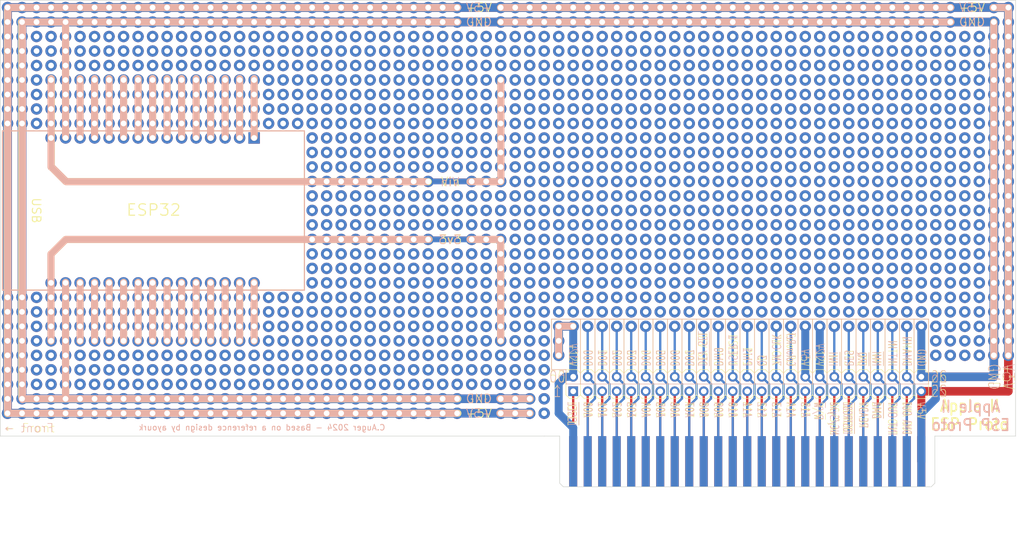
<source format=kicad_pcb>
(kicad_pcb (version 20240108) (generator "pcbnew") (generator_version "8.0")
  (layers (0 "F.Cu" signal) (31 "B.Cu" signal) (34 "B.Paste" user) (35 "F.Paste" user) (36 "B.SilkS" user "B.Silkscreen") (37 "F.SilkS" user "F.Silkscreen") (38 "B.Mask" user) (39 "F.Mask" user) (44 "Edge.Cuts" user))
  (net 0 "")
  (net 1 "/~{IO_SELECT}")
  (net 2 "/A00")
  (net 3 "/A01")
  (net 4 "/A02")
  (net 5 "/A03")
  (net 6 "/A04")
  (net 7 "/A05")
  (net 8 "/A06")
  (net 9 "/A07")
  (net 10 "/A08")
  (net 11 "/A09")
  (net 12 "/A10")
  (net 13 "/A11")
  (net 14 "/A12")
  (net 15 "/A13")
  (net 16 "/A14")
  (net 17 "/A15")
  (net 18 "/R{slash}~{W}")
  (net 19 "/NC{slash}Sync")
  (net 20 "/~{IO_STROBE}")
  (net 21 "/RDY")
  (net 22 "/~{DMA}")
  (net 23 "/INT_OUT")
  (net 24 "/DMA_OUT")
  (net 25 "+5V")
  (net 26 "GND")
  (net 27 "/DMA_IN")
  (net 28 "/INT_IN")
  (net 29 "/~{NMI}")
  (net 30 "/~{IRQ}")
  (net 31 "/~{RES}")
  (net 32 "/~{INH}")
  (net 33 "-12V")
  (net 34 "-5V")
  (net 35 "/NC{slash}Color")
  (net 36 "/7M")
  (net 37 "/Q3")
  (net 38 "/Phi0")
  (net 39 "/USER_1")
  (net 40 "/Phi1")
  (net 41 "/~{DEVICE_SELECT}")
  (net 42 "/D07")
  (net 43 "/D06")
  (net 44 "/D05")
  (net 45 "/D04")
  (net 46 "/D03")
  (net 47 "/D02")
  (net 48 "/D01")
  (net 49 "/D00")
  (net 50 "+12V")
  (footprint "Apple2:PinHeader_2x25_P2.54mm_Vertical" (layer "F.Cu") (at 196.53 124.36 90)
    (property "Reference" "J2" (hide yes))
    (property "Value" "Apple II Bus Card Pin Header" (hide yes))
  )
  (footprint "Apple2:Protoboard 50x39" (layer "F.Cu") (at 176.21 128.215)
    (property "Reference" "REF**" (hide yes))
    (property "Value" "Protoboard 29x39" (hide yes))
  )
  (footprint "Apple2:Bus_Apple_II_Card" (layer "F.Cu") (at 196.53 136.66)
    (property "Reference" "J1" (hide yes))
    (property "Value" "Apple II Bus Card Edge")
    (fp_line (start -5.08 -4.445) (end -2.37 -4.445) (stroke (width 0.1)) (layer "Edge.Cuts"))
    (fp_line (start -2.37 -4.445) (end -2.37 3.81) (stroke (width 0.1)) (layer "Edge.Cuts"))
    (fp_line (start -2.37 3.81) (end -1.735 4.445) (stroke (width 0.1)) (layer "Edge.Cuts"))
    (fp_line (start -1.735 4.445) (end 62.695 4.445) (stroke (width 0.1)) (layer "Edge.Cuts"))
    (fp_line (start 62.695 4.445) (end 63.33 3.81) (stroke (width 0.1)) (layer "Edge.Cuts"))
    (fp_line (start 63.33 -4.445) (end 66.04 -4.445) (stroke (width 0.1)) (layer "Edge.Cuts"))
    (fp_line (start 63.33 3.81) (end 63.33 -4.445) (stroke (width 0.1)) (layer "Edge.Cuts"))
  )
  (gr_line (start 210.5 123.09) (end 210.5 111.705) (stroke (width 0.1)) (layer "B.SilkS"))
  (gr_line (start 205.42 123.09) (end 205.42 111.705) (stroke (width 0.1)) (layer "B.SilkS"))
  (gr_line (start 107.7214 97.735) (end 171.2468 97.735) (stroke (width 1.25)) (layer "B.SilkS"))
  (gr_line (start 115.25 69.568401) (end 115.25 79.830001) (stroke (width 1.25)) (layer "B.SilkS"))
  (gr_line (start 270.19 59.6392) (end 270.19 118.2116) (stroke (width 1.25)) (layer "B.SilkS"))
  (gr_line (start 223.2 123.09) (end 223.2 111.705) (stroke (width 0.1)) (layer "B.SilkS"))
  (gr_line (start 192.7352 120.5505) (end 192.7352 111.7071) (stroke (width 0.1)) (layer "B.SilkS"))
  (gr_line (start 196.469 112.9538) (end 193.9798 112.9538) (stroke (width 1.25)) (layer "B.SilkS"))
  (gr_line (start 120.33 105.283) (end 120.33 115.5446) (stroke (width 1.25)) (layer "B.SilkS"))
  (gr_line (start 220.66 123.09) (end 220.66 111.705) (stroke (width 0.1)) (layer "B.SilkS"))
  (gr_line (start 197.8 123.09) (end 197.8 111.705) (stroke (width 0.1)) (layer "B.SilkS"))
  (gr_line (start 140.65 69.568401) (end 140.65 79.830001) (stroke (width 1.25)) (layer "B.SilkS"))
  (gr_line (start 112.71 69.568401) (end 112.71 79.830001) (stroke (width 1.25)) (layer "B.SilkS"))
  (gr_line (start 270.0528 57.0992) (end 272.73 57.0992) (stroke (width 1.25)) (layer "B.SilkS"))
  (gr_line (start 97.4852 57.095) (end 176.3014 57.095) (stroke (width 1.25)) (layer "B.SilkS"))
  (gr_line (start 218.12 123.09) (end 218.12 111.705) (stroke (width 0.1)) (layer "B.SilkS"))
  (gr_line (start 192.7606 111.705) (end 258.76 111.705) (stroke (width 0.1)) (layer "B.SilkS"))
  (gr_line (start 122.87 105.283) (end 122.87 115.5446) (stroke (width 1.25)) (layer "B.SilkS"))
  (gr_line (start 107.657022 87.563122) (end 105.169059 85.075159) (stroke (width 1.25)) (layer "B.SilkS"))
  (gr_line (start 135.57 105.283) (end 135.57 115.5446) (stroke (width 1.25)) (layer "B.SilkS"))
  (gr_line (start 233.36 123.09) (end 233.36 111.705) (stroke (width 0.1)) (layer "B.SilkS"))
  (gr_line (start 183.8706 87.5411) (end 183.8706 69.8373) (stroke (width 1.25)) (layer "B.SilkS"))
  (gr_line (start 178.4731 97.735) (end 183.8198 97.735) (stroke (width 1.25)) (layer "B.SilkS"))
  (gr_line (start 183.8198 57.095) (end 262.636 57.095) (stroke (width 1.25)) (layer "B.SilkS"))
  (gr_line (start 183.6928 125.6538) (end 188.9506 125.6538) (stroke (width 1.25)) (layer "B.SilkS"))
  (gr_line (start 200.34 123.09) (end 200.34 111.705) (stroke (width 0.1)) (layer "B.SilkS"))
  (gr_line (start 140.65 105.283) (end 140.65 115.5446) (stroke (width 1.25)) (layer "B.SilkS"))
  (gr_line (start 183.83 97.8154) (end 183.83 115.5192) (stroke (width 1.25)) (layer "B.SilkS"))
  (gr_line (start 178.4731 87.6215) (end 183.8198 87.6215) (stroke (width 1.25)) (layer "B.SilkS"))
  (gr_line (start 127.95 105.283) (end 127.95 115.5446) (stroke (width 1.25)) (layer "B.SilkS"))
  (gr_line (start 248.6 123.09) (end 248.6 111.705) (stroke (width 0.1)) (layer "B.SilkS"))
  (gr_line (start 262.6614 59.635) (end 183.8452 59.635) (stroke (width 1.25)) (layer "B.SilkS"))
  (gr_line (start 246.06 123.09) (end 246.06 111.705) (stroke (width 0.1)) (layer "B.SilkS"))
  (gr_line (start 130.49 69.568401) (end 130.49 79.830001) (stroke (width 1.25)) (layer "B.SilkS"))
  (gr_line (start 117.79 105.283) (end 117.79 115.5446) (stroke (width 1.25)) (layer "B.SilkS"))
  (gr_line (start 105.0798 100.3046) (end 105.0798 115.5446) (stroke (width 1.25)) (layer "B.SilkS"))
  (gr_line (start 235.9 123.09) (end 235.9 111.705) (stroke (width 0.1)) (layer "B.SilkS"))
  (gr_line (start 122.87 69.568401) (end 122.87 79.830001) (stroke (width 1.25)) (layer "B.SilkS"))
  (gr_line (start 202.88 123.09) (end 202.88 111.705) (stroke (width 0.1)) (layer "B.SilkS"))
  (gr_line (start 112.71 105.283) (end 112.71 115.5446) (stroke (width 1.25)) (layer "B.SilkS"))
  (gr_line (start 251.14 123.09) (end 251.14 111.705) (stroke (width 0.1)) (layer "B.SilkS"))
  (gr_line (start 253.68 123.09) (end 253.68 111.705) (stroke (width 0.1)) (layer "B.SilkS"))
  (gr_line (start 215.58 123.09) (end 215.58 111.705) (stroke (width 0.1)) (layer "B.SilkS"))
  (gr_line (start 133.03 69.568401) (end 133.03 79.830001) (stroke (width 1.25)) (layer "B.SilkS"))
  (gr_line (start 213.04 123.09) (end 213.04 111.705) (stroke (width 0.1)) (layer "B.SilkS"))
  (gr_line (start 238.44 123.09) (end 238.44 111.705) (stroke (width 0.1)) (layer "B.SilkS"))
  (gr_line (start 192.7352 120.5484) (end 195.2752 120.5484) (stroke (width 0.1)) (layer "B.SilkS"))
  (gr_line (start 99.9998 59.635) (end 176.3014 59.635) (stroke (width 1.25)) (layer "B.SilkS"))
  (gr_line (start 100.076 125.8062) (end 100.076 59.5376) (stroke (width 1.25)) (layer "B.SilkS"))
  (gr_line (start 195.26 123.09) (end 258.76 123.09) (stroke (width 0.1)) (layer "B.SilkS"))
  (gr_line (start 107.616422 97.793378) (end 105.128459 100.281341) (stroke (width 1.25)) (layer "B.SilkS"))
  (gr_line (start 256.22 123.09) (end 256.22 111.705) (stroke (width 0.1)) (layer "B.SilkS"))
  (gr_line (start 130.49 105.283) (end 130.49 115.5446) (stroke (width 1.25)) (layer "B.SilkS"))
  (gr_line (start 117.79 69.568401) (end 117.79 79.830001) (stroke (width 1.25)) (layer "B.SilkS"))
  (gr_line (start 193.9798 113.0554) (end 193.9798 118.0592) (stroke (width 1.25)) (layer "B.SilkS"))
  (gr_line (start 230.82 123.09) (end 230.82 111.705) (stroke (width 0.1)) (layer "B.SilkS"))
  (gr_line (start 115.25 105.283) (end 115.25 115.5446) (stroke (width 1.25)) (layer "B.SilkS"))
  (gr_line (start 138.11 105.283) (end 138.11 115.5446) (stroke (width 1.25)) (layer "B.SilkS"))
  (gr_line (start 107.762 87.6215) (end 170.815 87.6215) (stroke (width 1.25)) (layer "B.SilkS"))
  (gr_line (start 125.41 105.283) (end 125.41 115.5446) (stroke (width 1.25)) (layer "B.SilkS"))
  (gr_line (start 272.73 57.0992) (end 272.73 118.1354) (stroke (width 1.25)) (layer "B.SilkS"))
  (gr_line (start 127.95 69.568401) (end 127.95 79.830001) (stroke (width 1.25)) (layer "B.SilkS"))
  (gr_line (start 99.9998 125.6538) (end 176.1998 125.6538) (stroke (width 1.25)) (layer "B.SilkS"))
  (gr_line (start 107.63 59.944) (end 107.63 79.830001) (stroke (width 1.25)) (layer "B.SilkS"))
  (gr_line (start 138.11 69.568401) (end 138.11 79.830001) (stroke (width 1.25)) (layer "B.SilkS"))
  (gr_line (start 183.6928 128.215) (end 188.9506 128.215) (stroke (width 1.25)) (layer "B.SilkS"))
  (gr_line (start 135.57 69.568401) (end 135.57 79.830001) (stroke (width 1.25)) (layer "B.SilkS"))
  (gr_rect (start 96.581305 78.7146) (end 149.464105 106.6292) (stroke (width 0.2)) (fill none) (layer "B.SilkS"))
  (gr_line (start 107.63 105.283) (end 107.63 125.6538) (stroke (width 1.25)) (layer "B.SilkS"))
  (gr_line (start 110.17 105.283) (end 110.17 115.5446) (stroke (width 1.25)) (layer "B.SilkS"))
  (gr_line (start 133.03 105.283) (end 133.03 115.5446) (stroke (width 1.25)) (layer "B.SilkS"))
  (gr_line (start 240.98 123.09) (end 240.98 111.705) (stroke (width 0.1)) (layer "B.SilkS"))
  (gr_line (start 225.74 123.09) (end 225.74 111.705) (stroke (width 0.1)) (layer "B.SilkS"))
  (gr_line (start 120.33 69.568401) (end 120.33 79.830001) (stroke (width 1.25)) (layer "B.SilkS"))
  (gr_line (start 228.28 123.09) (end 228.28 111.705) (stroke (width 0.1)) (layer "B.SilkS"))
  (gr_line (start 258.76 123.09) (end 258.76 111.705) (stroke (width 0.1)) (layer "B.SilkS"))
  (gr_line (start 125.41 69.568401) (end 125.41 79.830001) (stroke (width 1.25)) (layer "B.SilkS"))
  (gr_line (start 243.52 123.09) (end 243.52 111.705) (stroke (width 0.1)) (layer "B.SilkS"))
  (gr_line (start 97.4852 128.215) (end 176.149 128.215) (stroke (width 1.25)) (layer "B.SilkS"))
  (gr_line (start 97.5106 127.9906) (end 97.5106 57.1246) (stroke (width 1.25)) (layer "B.SilkS"))
  (gr_line (start 207.96 123.09) (end 207.96 111.705) (stroke (width 0.1)) (layer "B.SilkS"))
  (gr_line (start 110.17 69.568401) (end 110.17 79.830001) (stroke (width 1.25)) (layer "B.SilkS"))
  (gr_line (start 195.2752 120.5484) (end 195.2752 123.09) (stroke (width 0.1)) (layer "B.SilkS"))
  (gr_line (start 105.09 85.049701) (end 105.09 69.568401) (stroke (width 1.25)) (layer "B.SilkS"))
  (gr_line (start 115.25 69.568401) (end 115.25 79.830001) (stroke (width 1.25)) (layer "F.SilkS"))
  (gr_line (start 122.87 105.283) (end 122.87 115.5446) (stroke (width 1.25)) (layer "F.SilkS"))
  (gr_line (start 240.98 121.185) (end 240.98 111.705) (stroke (width 0.1)) (layer "F.SilkS"))
  (gr_line (start 230.82 121.185) (end 230.82 111.705) (stroke (width 0.1)) (layer "F.SilkS"))
  (gr_line (start 272.73 57.0992) (end 272.73 118.1354) (stroke (width 1.25)) (layer "F.SilkS"))
  (gr_line (start 270.0528 57.0992) (end 272.73 57.0992) (stroke (width 1.25)) (layer "F.SilkS"))
  (gr_line (start 183.8198 97.735) (end 178.4731 97.735) (stroke (width 1.25)) (layer "F.SilkS"))
  (gr_line (start 127.95 105.283) (end 127.95 115.5446) (stroke (width 1.25)) (layer "F.SilkS"))
  (gr_line (start 243.52 121.185) (end 243.52 111.705) (stroke (width 0.1)) (layer "F.SilkS"))
  (gr_line (start 138.11 69.568401) (end 138.11 79.830001) (stroke (width 1.25)) (layer "F.SilkS"))
  (gr_line (start 192.7352 120.5484) (end 192.7352 111.705) (stroke (width 0.1)) (layer "F.SilkS"))
  (gr_line (start 99.8982 59.635) (end 176.3014 59.635) (stroke (width 1.25)) (layer "F.SilkS"))
  (gr_line (start 258.76 121.185) (end 258.76 111.705) (stroke (width 0.1)) (layer "F.SilkS"))
  (gr_line (start 238.44 121.185) (end 238.44 111.705) (stroke (width 0.1)) (layer "F.SilkS"))
  (gr_line (start 197.8 121.185) (end 197.8 111.705) (stroke (width 0.1)) (layer "F.SilkS"))
  (gr_line (start 120.33 69.568401) (end 120.33 79.830001) (stroke (width 1.25)) (layer "F.SilkS"))
  (gr_line (start 135.57 69.568401) (end 135.57 79.830001) (stroke (width 1.25)) (layer "F.SilkS"))
  (gr_line (start 97.4852 128.215) (end 176.3268 128.215) (stroke (width 1.25)) (layer "F.SilkS"))
  (gr_line (start 213.04 121.185) (end 213.04 111.705) (stroke (width 0.1)) (layer "F.SilkS"))
  (gr_line (start 100.076 125.675) (end 176.3268 125.675) (stroke (width 1.25)) (layer "F.SilkS"))
  (gr_line (start 220.66 121.185) (end 220.66 111.705) (stroke (width 0.1)) (layer "F.SilkS"))
  (gr_line (start 99.9744 59.9165) (end 99.9744 125.4252) (stroke (width 1.25)) (layer "F.SilkS"))
  (gr_rect (start 96.581305 78.7146) (end 149.464105 106.6292) (stroke (width 0.2)) (fill none) (layer "F.SilkS"))
  (gr_line (start 105.09 69.568401) (end 105.09 79.830001) (stroke (width 1.25)) (layer "F.SilkS"))
  (gr_line (start 140.65 69.568401) (end 140.65 79.830001) (stroke (width 1.25)) (layer "F.SilkS"))
  (gr_line (start 105.1204 85.0519) (end 105.1204 69.5706) (stroke (width 1.25)) (layer "F.SilkS"))
  (gr_line (start 262.6614 59.635) (end 183.8452 59.635) (stroke (width 1.25)) (layer "F.SilkS"))
  (gr_line (start 107.762 87.6215) (end 171.1452 87.6215) (stroke (width 1.25)) (layer "F.SilkS"))
  (gr_line (start 125.41 105.283) (end 125.41 115.5446) (stroke (width 1.25)) (layer "F.SilkS"))
  (gr_line (start 107.657022 87.563122) (end 105.169059 85.075159) (stroke (width 1.25)) (layer "F.SilkS"))
  (gr_line (start 125.41 69.568401) (end 125.41 79.830001) (stroke (width 1.25)) (layer "F.SilkS"))
  (gr_line (start 235.9 121.185) (end 235.9 111.705) (stroke (width 0.1)) (layer "F.SilkS"))
  (gr_line (start 228.28 121.185) (end 228.28 111.705) (stroke (width 0.1)) (layer "F.SilkS"))
  (gr_line (start 133.03 69.568401) (end 133.03 79.830001) (stroke (width 1.25)) (layer "F.SilkS"))
  (gr_line (start 183.83 97.8154) (end 183.83 115.5192) (stroke (width 1.25)) (layer "F.SilkS"))
  (gr_line (start 195.895 120.55) (end 192.7606 120.55) (stroke (width 0.1)) (layer "F.SilkS"))
  (gr_line (start 210.5 121.185) (end 210.5 111.705) (stroke (width 0.1)) (layer "F.SilkS"))
  (gr_line (start 133.03 105.283) (end 133.03 115.5446) (stroke (width 1.25)) (layer "F.SilkS"))
  (gr_line (start 223.2 121.185) (end 223.2 111.705) (stroke (width 0.1)) (layer "F.SilkS"))
  (gr_line (start 112.71 105.283) (end 112.71 115.5446) (stroke (width 1.25)) (layer "F.SilkS"))
  (gr_line (start 135.57 105.283) (end 135.57 115.5446) (stroke (width 1.25)) (layer "F.SilkS"))
  (gr_line (start 107.7214 97.735) (end 171.2976 97.735) (stroke (width 1.25)) (layer "F.SilkS"))
  (gr_line (start 205.42 121.185) (end 205.42 111.705) (stroke (width 0.1)) (layer "F.SilkS"))
  (gr_line (start 196.469 112.9538) (end 193.9798 112.9538) (stroke (width 1.25)) (layer "F.SilkS"))
  (gr_line (start 218.12 121.185) (end 218.12 111.705) (stroke (width 0.1)) (layer "F.SilkS"))
  (gr_line (start 138.11 105.283) (end 138.11 115.5446) (stroke (width 1.25)) (layer "F.SilkS"))
  (gr_line (start 117.79 69.568401) (end 117.79 79.830001) (stroke (width 1.25)) (layer "F.SilkS"))
  (gr_line (start 253.68 121.185) (end 253.68 111.705) (stroke (width 0.1)) (layer "F.SilkS"))
  (gr_line (start 192.7352 111.705) (end 258.76 111.705) (stroke (width 0.1)) (layer "F.SilkS"))
  (gr_line (start 127.95 69.568401) (end 127.95 79.830001) (stroke (width 1.25)) (layer "F.SilkS"))
  (gr_line (start 122.87 69.568401) (end 122.87 79.830001) (stroke (width 1.25)) (layer "F.SilkS"))
  (gr_line (start 193.9798 113.0554) (end 193.9798 118.0592) (stroke (width 1.25)) (layer "F.SilkS"))
  (gr_line (start 107.63 105.283) (end 107.63 125.1204) (stroke (width 1.25)) (layer "F.SilkS"))
  (gr_line (start 225.74 121.185) (end 225.74 111.705) (stroke (width 0.1)) (layer "F.SilkS"))
  (gr_line (start 97.4852 57.095) (end 176.3014 57.095) (stroke (width 1.25)) (layer "F.SilkS"))
  (gr_line (start 248.6 121.185) (end 248.6 111.705) (stroke (width 0.1)) (layer "F.SilkS"))
  (gr_line (start 246.06 121.185) (end 246.06 111.705) (stroke (width 0.1)) (layer "F.SilkS"))
  (gr_line (start 200.34 121.185) (end 200.34 111.705) (stroke (width 0.1)) (layer "F.SilkS"))
  (gr_line (start 256.22 121.185) (end 256.22 111.705) (stroke (width 0.1)) (layer "F.SilkS"))
  (gr_line (start 183.8198 57.095) (end 262.636 57.095) (stroke (width 1.25)) (layer "F.SilkS"))
  (gr_line (start 183.8198 87.6215) (end 178.4731 87.6215) (stroke (width 1.25)) (layer "F.SilkS"))
  (gr_line (start 97.4598 57.3786) (end 97.4598 128.27) (stroke (width 1.25)) (layer "F.SilkS"))
  (gr_line (start 130.49 105.283) (end 130.49 115.5446) (stroke (width 1.25)) (layer "F.SilkS"))
  (gr_line (start 107.63 59.944) (end 107.63 79.830001) (stroke (width 1.25)) (layer "F.SilkS"))
  (gr_line (start 233.36 121.185) (end 233.36 111.705) (stroke (width 0.1)) (layer "F.SilkS"))
  (gr_line (start 183.7309 125.675) (end 188.976 125.675) (stroke (width 1.25)) (layer "F.SilkS"))
  (gr_line (start 107.616422 97.793378) (end 105.128459 100.281341) (stroke (width 1.25)) (layer "F.SilkS"))
  (gr_line (start 183.7309 128.215) (end 188.976 128.215) (stroke (width 1.25)) (layer "F.SilkS"))
  (gr_line (start 117.79 105.283) (end 117.79 115.5446) (stroke (width 1.25)) (layer "F.SilkS"))
  (gr_line (start 207.96 121.185) (end 207.96 111.705) (stroke (width 0.1)) (layer "F.SilkS"))
  (gr_line (start 270.19 59.6392) (end 270.19 118.2116) (stroke (width 1.25)) (layer "F.SilkS"))
  (gr_line (start 183.8706 87.5411) (end 183.8706 69.8373) (stroke (width 1.25)) (layer "F.SilkS"))
  (gr_line (start 130.49 69.568401) (end 130.49 79.830001) (stroke (width 1.25)) (layer "F.SilkS"))
  (gr_line (start 215.58 121.185) (end 215.58 111.705) (stroke (width 0.1)) (layer "F.SilkS"))
  (gr_line (start 251.14 121.185) (end 251.14 111.705) (stroke (width 0.1)) (layer "F.SilkS"))
  (gr_line (start 140.65 105.283) (end 140.65 115.5446) (stroke (width 1.25)) (layer "F.SilkS"))
  (gr_line (start 115.25 105.283) (end 115.25 115.5446) (stroke (width 1.25)) (layer "F.SilkS"))
  (gr_line (start 110.17 69.568401) (end 110.17 79.830001) (stroke (width 1.25)) (layer "F.SilkS"))
  (gr_line (start 110.17 105.283) (end 110.17 115.5446) (stroke (width 1.25)) (layer "F.SilkS"))
  (gr_line (start 112.71 69.568401) (end 112.71 79.830001) (stroke (width 1.25)) (layer "F.SilkS"))
  (gr_line (start 120.33 105.283) (end 120.33 115.5446) (stroke (width 1.25)) (layer "F.SilkS"))
  (gr_line (start 105.0798 100.3046) (end 105.0798 115.5446) (stroke (width 1.25)) (layer "F.SilkS"))
  (gr_line (start 202.88 121.185) (end 202.88 111.705) (stroke (width 0.1)) (layer "F.SilkS"))
  (gr_line (start 262.57 132.215) (end 274 132.215) (stroke (width 0.1)) (layer "Edge.Cuts"))
  (gr_line (start 191.45 132.215) (end 96.2 132.215) (stroke (width 0.1)) (layer "Edge.Cuts"))
  (gr_line (start 96.2 132.215) (end 96.2 55.825) (stroke (width 0.1)) (layer "Edge.Cuts"))
  (gr_line (start 274 55.825) (end 96.2 55.825) (stroke (width 0.1)) (layer "Edge.Cuts"))
  (gr_line (start 274 132.215) (end 274 55.825) (stroke (width 0.1)) (layer "Edge.Cuts"))
  (gr_text "A00" (at 199.07 126.13 -90) (layer "B.SilkS") (effects (font (size 1.5 1) (thickness 0.1)) (justify right mirror)))
  (gr_text "A07" (at 216.85 126.13 -90) (layer "B.SilkS") (effects (font (size 1.5 1) (thickness 0.1)) (justify right mirror)))
  (gr_text "+5V" (at 266.38 57.095 0) (layer "B.SilkS") (effects (font (size 1.5 1.5)) (justify mirror)))
  (gr_text "+5V" (at 272.73 121.812 -90) (layer "B.SilkS") (effects (font (size 2 1.5) (thickness 0.1)) (justify mirror)))
  (gr_text "A12" (at 229.55 126.13 -90) (layer "B.SilkS") (effects (font (size 1.5 1) (thickness 0.1)) (justify right mirror)))
  (gr_text "R/~{W}" (at 239.47 126.13 -90) (layer "B.SilkS") (effects (font (size 1.5 1) (thickness 0.1)) (justify right mirror)))
  (gr_text "D04" (at 209.23 120.05 -90) (layer "B.SilkS") (effects (font (size 1.5 1) (thickness 0.1)) (justify left mirror)))
  (gr_text "GND" (at 257.49 120.05 -90) (layer "B.SilkS") (effects (font (size 1.5 1) (thickness 0.1)) (justify left mirror)))
  (gr_text "~{IOSEL}" (at 196.29 126.13 -90) (layer "B.SilkS") (effects (font (size 1.5 1) (thickness 0.1)) (justify right mirror)))
  (gr_text "7M CLK" (at 232.09 120.05 -90) (layer "B.SilkS") (effects (font (size 1.5 1) (thickness 0.1)) (justify left mirror)))
  (gr_text "DMA IN" (at 254.95 120.05 -90) (layer "B.SilkS") (effects (font (size 1.5 1) (thickness 0.1)) (justify left mirror)))
  (gr_text "A15" (at 237.17 126.13 -90) (layer "B.SilkS") (effects (font (size 1.5 1) (thickness 0.1)) (justify right mirror)))
  (gr_text "Apple II\nESP Proto" (at 266.1412 128.6764 -0) (layer "B.SilkS") (effects (font (size 2 1.8) (thickness 0.3)) (justify mirror)))
  (gr_text "~{RES}" (at 244.79 120.05 -90) (layer "B.SilkS") (effects (font (size 1.5 1) (thickness 0.1)) (justify left mirror)))
  (gr_text "1" (at 193.748 124.36 0) (layer "B.SilkS") (effects (font (size 2 1.5) (thickness 0.1)) (justify mirror)))
  (gr_text "A11" (at 227.01 126.13 -90) (layer "B.SilkS") (effects (font (size 1.5 1) (thickness 0.1)) (justify right mirror)))
  (gr_text "INT IN" (at 252.41 120.05 -90) (layer "B.SilkS") (effects (font (size 1.5 1) (thickness 0.1)) (justify left mirror)))
  (gr_text "Front →" (at 96.7232 130.81 0) (layer "B.SilkS") (effects (font (size 1.5 1.5) (thickness 0.1)) (justify right mirror)))
  (gr_text "D00" (at 199.07 120.05 -90) (layer "B.SilkS") (effects (font (size 1.5 1) (thickness 0.1)) (justify left mirror)))
  (gr_text "25" (at 260.604 124.36 0) (layer "B.SilkS") (effects (font (size 2 1.5) (thickness 0.1)) (justify mirror)))
  (gr_text "READY" (at 247.33 126.13 -90) (layer "B.SilkS") (effects (font (size 1.5 1) (thickness 0.1)) (justify right mirror)))
  (gr_text "GND" (at 266.38 59.635 0) (layer "B.SilkS") (effects (font (size 1.5 1.5)) (justify mirror)))
  (gr_text "Phi1" (at 227.01 120.05 -90) (layer "B.SilkS") (effects (font (size 1.5 1) (thickness 0.1)) (justify left mirror)))
  (gr_text "~{NMI}" (at 249.63 120.05 -90) (layer "B.SilkS") (effects (font (size 1.5 1) (thickness 0.1)) (justify left mirror)))
  (gr_text "D03" (at 206.69 120.05 -90) (layer "B.SilkS") (effects (font (size 1.5 1) (thickness 0.1)) (justify left mirror)))
  (gr_text "+5V" (at 180.02 57.095 0) (layer "B.SilkS") (effects (font (size 1.5 1.5)) (justify mirror)))
  (gr_text "USER 1" (at 224.47 120.05 -90) (layer "B.SilkS") (effects (font (size 1.5 1) (thickness 0.1)) (justify left mirror)))
  (gr_text "~{DEV SEL}" (at 219.15 120.05 -90) (layer "B.SilkS") (effects (font (size 1.5 1) (thickness 0.1)) (justify left mirror)))
  (gr_text "NC/Sync" (at 242.25 126.13 -90) (layer "B.SilkS") (effects (font (size 1.5 0.89) (thickness 0.1)) (justify right mirror)))
  (gr_text "DMA OUT" (at 254.95 126.13 -90) (layer "B.SilkS") (effects (font (size 1.5 0.87) (thickness 0.1)) (justify right mirror)))
  (gr_text "~{DMA}" (at 249.63 126.13 -90) (layer "B.SilkS") (effects (font (size 1.5 1) (thickness 0.1)) (justify right mirror)))
  (gr_text "A02" (at 204.15 126.13 -90) (layer "B.SilkS") (effects (font (size 1.5 1) (thickness 0.1)) (justify right mirror)))
  (gr_text "A09" (at 221.93 126.13 -90) (layer "B.SilkS") (effects (font (size 1.5 1) (thickness 0.1)) (justify right mirror)))
  (gr_text "+12V" (at 196.53 120.05 -90) (layer "B.SilkS") (effects (font (size 1.5 1) (thickness 0.1)) (justify left mirror)))
  (gr_text "A13" (at 232.09 126.13 -90) (layer "B.SilkS") (effects (font (size 1.5 1) (thickness 0.1)) (justify right mirror)))
  (gr_text "A14" (at 234.63 126.13 -90) (layer "B.SilkS") (effects (font (size 1.5 1) (thickness 0.1)) (justify right mirror)))
  (gr_text "D02" (at 204.15 120.05 -90) (layer "B.SilkS") (effects (font (size 1.5 1) (thickness 0.1)) (justify left mirror)))
  (gr_text "Q3" (at 229.55 120.05 -90) (layer "B.SilkS") (effects (font (size 1.5 1) (thickness 0.1)) (justify left mirror)))
  (gr_text "+5V" (at 180.02 128.215 0) (layer "B.SilkS") (effects (font (size 1.5 1.5)) (justify mirror)))
  (gr_text "GND" (at 180.02 125.675 0) (layer "B.SilkS") (effects (font (size 1.5 1.5)) (justify mirror)))
  (gr_text "D07" (at 216.85 120.05 -90) (layer "B.SilkS") (effects (font (size 1.5 1) (thickness 0.1)) (justify left mirror)))
  (gr_text "Color Ref" (at 234.63 120.05 -90) (layer "B.SilkS") (effects (font (size 1.5 0.82) (thickness 0.1)) (justify left mirror)))
  (gr_text "3v3" (at 174.9298 97.79 -0) (layer "B.SilkS") (effects (font (size 1.5 1.5)) (justify mirror)))
  (gr_text "Phi0" (at 221.93 120.05 -90) (layer "B.SilkS") (effects (font (size 1.5 1) (thickness 0.1)) (justify left mirror)))
  (gr_text "Vin" (at 174.9298 87.6765 -0) (layer "B.SilkS") (effects (font (size 1.5 1.5)) (justify mirror)))
  (gr_text "GND" (at 180.02 59.635 0) (layer "B.SilkS") (effects (font (size 1.5 1.5)) (justify mirror)))
  (gr_text "C.Auger 2024 - Based on a reference design by ayourk" (at 163.703 131.2926 0) (layer "B.SilkS") (effects (font (size 1 1)) (justify left bottom mirror)))
  (gr_text "D05" (at 211.77 120.05 -90) (layer "B.SilkS") (effects (font (size 1.5 1) (thickness 0.1)) (justify left mirror)))
  (gr_text "-5V" (at 237.17 120.05 -90) (layer "B.SilkS") (effects (font (size 1.5 1) (thickness 0.1)) (justify left mirror)))
  (gr_text "A04" (at 209.23 126.13 -90) (layer "B.SilkS") (effects (font (size 1.5 1) (thickness 0.1)) (justify right mirror)))
  (gr_text "D01" (at 201.61 120.05 -90) (layer "B.SilkS") (effects (font (size 1.5 1) (thickness 0.1)) (justify left mirror)))
  (gr_text "A10" (at 224.47 126.13 -90) (layer "B.SilkS") (effects (font (size 1.5 1) (thickness 0.1)) (justify right mirror)))
  (gr_text "A01" (at 201.61 126.13 -90) (layer "B.SilkS") (effects (font (size 1.5 1) (thickness 0.1)) (justify right mirror)))
  (gr_text "~{IOSTROBE}" (at 244.55 126.13 -90) (layer "B.SilkS") (effects (font (size 1.5 0.79) (thickness 0.1)) (justify right mirror)))
  (gr_text "+5V" (at 257.49 126.13 -90) (layer "B.SilkS") (effects (font (size 1.5 1) (thickness 0.1)) (justify right mirror)))
  (gr_text "A08" (at 219.39 126.13 -90) (layer "B.SilkS") (effects (font (size 1.5 1) (thickness 0.1)) (justify right mirror)))
  (gr_text "~{INH}" (at 242.01 120.05 -90) (layer "B.SilkS") (effects (font (size 1.5 1) (thickness 0.1)) (justify left mirror)))
  (gr_text "~{IRQ}" (at 247.09 120.05 -90) (layer "B.SilkS") (effects (font (size 1.5 1) (thickness 0.1)) (justify left mirror)))
  (gr_text "50" (at 193.748 121.82 0) (layer "B.SilkS") (effects (font (size 2 1.5) (thickness 0.1)) (justify mirror)))
  (gr_text "-12V" (at 239.71 120.05 -90) (layer "B.SilkS") (effects (font (size 1.5 1) (thickness 0.1)) (justify left mirror)))
  (gr_text "D06" (at 214.31 120.05 -90) (layer "B.SilkS") (effects (font (size 1.5 1) (thickness 0.1)) (justify left mirror)))
  (gr_text "26" (at 260.604 121.82 0) (layer "B.SilkS") (effects (font (size 2 1.5) (thickness 0.1)) (justify mirror)))
  (gr_text "A06" (at 214.31 126.13 -90) (layer "B.SilkS") (effects (font (size 1.5 1) (thickness 0.1)) (justify right mirror)))
  (gr_text "INT OUT" (at 252.41 126.13 -90) (layer "B.SilkS") (effects (font (size 1.5 1) (thickness 0.1)) (justify right mirror)))
  (gr_text "A03" (at 206.69 126.13 -90) (layer "B.SilkS") (effects (font (size 1.5 1) (thickness 0.1)) (justify right mirror)))
  (gr_text "GND" (at 270.19 121.812 -90) (layer "B.SilkS") (effects (font (size 2 1.5) (thickness 0.1)) (justify mirror)))
  (gr_text "A05" (at 211.77 126.13 -90) (layer "B.SilkS") (effects (font (size 1.5 1) (thickness 0.1)) (justify right mirror)))
  (gr_text "INT OUT" (at 252.41 126.13 -90) (layer "F.SilkS") (effects (font (size 1.5 0.98) (thickness 0.1)) (justify left)))
  (gr_text "A10" (at 224.47 126.13 -90) (layer "F.SilkS") (effects (font (size 1.5 1) (thickness 0.1)) (justify left)))
  (gr_text "USER 1" (at 224.47 120.05 -90) (layer "F.SilkS") (effects (font (size 1.5 1) (thickness 0.1)) (justify right)))
  (gr_text "25" (at 260.604 124.36 0) (layer "F.SilkS") (effects (font (size 2 1.5) (thickness 0.1))))
  (gr_text "-5V" (at 237.17 120.05 -90) (layer "F.SilkS") (effects (font (size 1.5 1) (thickness 0.1)) (justify right)))
  (gr_text "Color Ref" (at 234.63 120.05 -90) (layer "F.SilkS") (effects (font (size 1.5 0.82) (thickness 0.1)) (justify right)))
  (gr_text "A15" (at 237.17 126.13 -90) (layer "F.SilkS") (effects (font (size 1.5 1) (thickness 0.1)) (justify left)))
  (gr_text "ESP32" (at 118.1608 93.7509 0) (layer "F.SilkS") (effects (font (size 2 2) (thickness 0.2)) (justify left bottom)))
  (gr_text "D07" (at 216.85 120.05 -90) (layer "F.SilkS") (effects (font (size 1.5 1) (thickness 0.1)) (justify right)))
  (gr_text "-12V" (at 239.71 120.05 -90) (layer "F.SilkS") (effects (font (size 1.5 1) (thickness 0.1)) (justify right)))
  (gr_text "A13" (at 232.09 126.13 -90) (layer "F.SilkS") (effects (font (size 1.5 1) (thickness 0.1)) (justify left)))
  (gr_text "50" (at 193.748 121.82 0) (layer "F.SilkS") (effects (font (size 2 1.5) (thickness 0.1))))
  (gr_text "+12V" (at 196.53 120.05 -90) (layer "F.SilkS") (effects (font (size 1.5 1) (thickness 0.1)) (justify right)))
  (gr_text "Vin" (at 175.0568 87.6215 0) (layer "F.SilkS") (effects (font (size 1.5 1.5))))
  (gr_text "Phi1" (at 227.01 120.05 -90) (layer "F.SilkS") (effects (font (size 1.5 1) (thickness 0.1)) (justify right)))
  (gr_text "A01" (at 201.61 126.13 -90) (layer "F.SilkS") (effects (font (size 1.5 1) (thickness 0.1)) (justify left)))
  (gr_text "GND" (at 270.19 121.812 -90) (layer "F.SilkS") (effects (font (size 2 1.5) (thickness 0.1))))
  (gr_text "← Front" (at 96.901 130.81 0) (layer "F.SilkS") (effects (font (size 1.5 1.5) (thickness 0.1)) (justify left)))
  (gr_text "GND" (at 257.49 120.05 -90) (layer "F.SilkS") (effects (font (size 1.5 1) (thickness 0.1)) (justify right)))
  (gr_text "~{INH}" (at 242.01 120.05 -90) (layer "F.SilkS") (effects (font (size 1.5 1) (thickness 0.1)) (justify right)))
  (gr_text "7M CLK" (at 232.09 120.05 -90) (layer "F.SilkS") (effects (font (size 1.5 1) (thickness 0.1)) (justify right)))
  (gr_text "A04" (at 209.23 126.13 -90) (layer "F.SilkS") (effects (font (size 1.5 1) (thickness 0.1)) (justify left)))
  (gr_text "~{DMA}" (at 249.63 126.13 -90) (layer "F.SilkS") (effects (font (size 1.5 1) (thickness 0.1)) (justify left)))
  (gr_text "~{IOSTROBE}" (at 244.55 126.13 -90) (layer "F.SilkS") (effects (font (size 1.5 0.79) (thickness 0.1)) (justify left)))
  (gr_text "+5V" (at 272.73 121.812 -90) (layer "F.SilkS") (effects (font (size 2 1.5) (thickness 0.1))))
  (gr_text "A09" (at 221.93 126.13 -90) (layer "F.SilkS") (effects (font (size 1.5 1) (thickness 0.1)) (justify left)))
  (gr_text "A14" (at 234.63 126.13 -90) (layer "F.SilkS") (effects (font (size 1.5 1) (thickness 0.1)) (justify left)))
  (gr_text "~{IOSEL}" (at 196.29 126.13 -90) (layer "F.SilkS") (effects (font (size 1.5 1) (thickness 0.1)) (justify left)))
  (gr_text "Phi0" (at 221.93 120.05 -90) (layer "F.SilkS") (effects (font (size 1.5 1) (thickness 0.1)) (justify right)))
  (gr_text "INT IN" (at 252.41 120.05 -90) (layer "F.SilkS") (effects (font (size 1.5 1) (thickness 0.1)) (justify right)))
  (gr_text "READY" (at 247.33 126.13 -90) (layer "F.SilkS") (effects (font (size 1.5 1) (thickness 0.1)) (justify left)))
  (gr_text "3v3" (at 175.0568 97.735 0) (layer "F.SilkS") (effects (font (size 1.5 1.5))))
  (gr_text "D05" (at 211.77 120.05 -90) (layer "F.SilkS") (effects (font (size 1.5 1) (thickness 0.1)) (justify right)))
  (gr_text "A12" (at 229.55 126.13 -90) (layer "F.SilkS") (effects (font (size 1.5 1) (thickness 0.1)) (justify left)))
  (gr_text "GND" (at 266.38 59.635 0) (layer "F.SilkS") (effects (font (size 1.5 1.5))))
  (gr_text "DMA IN" (at 254.95 120.05 -90) (layer "F.SilkS") (effects (font (size 1.5 1) (thickness 0.1)) (justify right)))
  (gr_text "1" (at 193.748 124.36 0) (layer "F.SilkS") (effects (font (size 2 1.5) (thickness 0.1))))
  (gr_text "A06" (at 214.31 126.13 -90) (layer "F.SilkS") (effects (font (size 1.5 1) (thickness 0.1)) (justify left)))
  (gr_text "D03" (at 206.69 120.05 -90) (layer "F.SilkS") (effects (font (size 1.5 1) (thickness 0.1)) (justify right)))
  (gr_text "GND" (at 180.02 125.675 0) (layer "F.SilkS") (effects (font (size 1.5 1.5))))
  (gr_text "D06" (at 214.31 120.05 -90) (layer "F.SilkS") (effects (font (size 1.5 1) (thickness 0.1)) (justify right)))
  (gr_text "A11" (at 227.01 126.13 -90) (layer "F.SilkS") (effects (font (size 1.5 1) (thickness 0.1)) (justify left)))
  (gr_text "+5V" (at 180.02 128.215 0) (layer "F.SilkS") (effects (font (size 1.5 1.5))))
  (gr_text "+5V" (at 266.38 57.095 0) (layer "F.SilkS") (effects (font (size 1.5 1.5))))
  (gr_text "D01" (at 201.61 120.05 -90) (layer "F.SilkS") (effects (font (size 1.5 1) (thickness 0.1)) (justify right)))
  (gr_text "NC/Sync" (at 242.25 126.13 -90) (layer "F.SilkS") (effects (font (size 1.5 0.89) (thickness 0.1)) (justify left)))
  (gr_text "D04" (at 209.23 120.05 -90) (layer "F.SilkS") (effects (font (size 1.5 1) (thickness 0.1)) (justify right)))
  (gr_text "A02" (at 204.15 126.13 -90) (layer "F.SilkS") (effects (font (size 1.5 1) (thickness 0.1)) (justify left)))
  (gr_text "D00" (at 199.07 120.05 -90) (layer "F.SilkS") (effects (font (size 1.5 1) (thickness 0.1)) (justify right)))
  (gr_text "~{NMI}" (at 249.63 120.05 -90) (layer "F.SilkS") (effects (font (size 1.5 1) (thickness 0.1)) (justify right)))
  (gr_text "+5V" (at 180.02 57.095 0) (layer "F.SilkS") (effects (font (size 1.5 1.5))))
  (gr_text "GND" (at 180.02 59.635 0) (layer "F.SilkS") (effects (font (size 1.5 1.5))))
  (gr_text "~{RES}" (at 244.79 120.05 -90) (layer "F.SilkS") (effects (font (size 1.5 1) (thickness 0.1)) (justify right)))
  (gr_text "A03" (at 206.69 126.13 -90) (layer "F.SilkS") (effects (font (size 1.5 1) (thickness 0.1)) (justify left)))
  (gr_text "A07" (at 216.85 126.13 -90) (layer "F.SilkS") (effects (font (size 1.5 1) (thickness 0.1)) (justify left)))
  (gr_text "+5V" (at 257.49 126.13 -90) (layer "F.SilkS") (effects (font (size 1.5 1) (thickness 0.1)) (justify left)))
  (gr_text "A08" (at 219.39 126.13 -90) (layer "F.SilkS") (effects (font (size 1.5 1) (thickness 0.1)) (justify left)))
  (gr_text "DMA OUT" (at 254.95 126.13 -90) (layer "F.SilkS") (effects (font (size 1.5 0.87) (thickness 0.1)) (justify left)))
  (gr_text "~{IRQ}" (at 247.09 120.05 -90) (layer "F.SilkS") (effects (font (size 1.5 1) (thickness 0.1)) (justify right)))
  (gr_text "A00" (at 199.07 126.13 -90) (layer "F.SilkS") (effects (font (size 1.5 1) (thickness 0.1)) (justify left)))
  (gr_text "R/~{W}" (at 239.47 126.13 -90) (layer "F.SilkS") (effects (font (size 1.5 1) (thickness 0.1)) (justify left)))
  (gr_text "D02" (at 204.15 120.05 -90) (layer "F.SilkS") (effects (font (size 1.5 1) (thickness 0.1)) (justify right)))
  (gr_text "USB" (at 101.6254 90.3019 -90) (layer "F.SilkS") (effects (font (size 1.5 1.5) (thickness 0.18) (bold yes)) (justify left bottom)))
  (gr_text "Q3" (at 229.55 120.05 -90) (layer "F.SilkS") (effects (font (size 1.5 1) (thickness 0.1)) (justify right)))
  (gr_text "Apple II\nESP Proto" (at 265.976 128.524 0) (layer "F.SilkS") (effects (font (size 2 1.8) (thickness 0.3))))
  (gr_text "26" (at 260.604 121.82 0) (layer "F.SilkS") (effects (font (size 2 1.5) (thickness 0.1))))
  (gr_text "A05" (at 211.77 126.13 -90) (layer "F.SilkS") (effects (font (size 1.5 1) (thickness 0.1)) (justify left)))
  (gr_text "~{DEV SEL}" (at 219.15 120.05 -90) (layer "F.SilkS") (effects (font (size 1.5 0.95) (thickness 0.1)) (justify right)))
  (segment (start 125.4087 105.3718) (end 125.4087 115.5137) (width 1) (layer "F.Cu") (net 0))
  (segment (start 117.7887 115.5137) (end 117.79 115.515) (width 1) (layer "F.Cu") (net 0))
  (segment (start 127.9487 69.7963) (end 127.95 69.795) (width 1) (layer "F.Cu") (net 0))
  (segment (start 110.1687 115.5137) (end 110.17 115.515) (width 1) (layer "F.Cu") (net 0))
  (segment (start 115.2487 105.3718) (end 115.2487 115.5137) (width 1) (layer "F.Cu") (net 0))
  (segment (start 107.8696 87.575) (end 153.35 87.575) (width 1) (layer "F.Cu") (net 0))
  (segment (start 171.13 87.575) (end 153.35 87.575) (width 1) (layer "F.Cu") (net 0))
  (segment (start 125.41 69.795) (end 125.41 79.955) (width 1) (layer "F.Cu") (net 0))
  (segment (start 125.4087 115.5137) (end 125.41 115.515) (width 1) (layer "F.Cu") (net 0))
  (segment (start 135.5687 79.9718) (end 135.5687 69.7963) (width 1) (layer "F.Cu") (net 0))
  (segment (start 140.6487 79.9718) (end 140.6487 69.7963) (width 1) (layer "F.Cu") (net 0))
  (segment (start 183.83 69.795) (end 183.83 77.415) (width 1) (layer "F.Cu") (net 0))
  (segment (start 130.4887 69.7963) (end 130.49 69.795) (width 1) (layer "F.Cu") (net 0))
  (segment (start 122.8687 79.9718) (end 122.8687 69.7963) (width 1) (layer "F.Cu") (net 0))
  (segment (start 110.1687 105.3718) (end 110.1687 115.5137) (width 1) (layer "F.Cu") (net 0))
  (segment (start 112.7087 105.3718) (end 112.7087 115.5137) (width 1) (layer "F.Cu") (net 0))
  (segment (start 133.0287 79.9718) (end 133.0287 69.7963) (width 1) (layer "F.Cu") (net 0))
  (segment (start 105.09 84.7954) (end 107.8696 87.575) (width 1) (layer "F.Cu") (net 0))
  (segment (start 117.7887 105.3718) (end 117.7887 115.5137) (width 1) (layer "F.Cu") (net 0))
  (segment (start 110.1687 79.9718) (end 110.1687 69.7963) (width 1) (layer "F.Cu") (net 0))
  (segment (start 107.7256 97.735) (end 183.83 97.735) (width 1) (layer "F.Cu") (net 0))
  (segment (start 117.7887 79.9718) (end 117.7887 69.7963) (width 1) (layer "F.Cu") (net 0))
  (segment (start 183.83 85.035) (end 183.83 87.575) (width 1) (layer "F.Cu") (net 0))
  (segment (start 183.83 97.735) (end 183.83 115.515) (width 1) (layer "F.Cu") (net 0))
  (segment (start 115.2487 79.9718) (end 115.2487 69.7963) (width 1) (layer "F.Cu") (net 0))
  (segment (start 105.09 105.355) (end 105.09 100.3706) (width 1) (layer "F.Cu") (net 0))
  (segment (start 105.09 105.355) (end 105.09 115.515) (width 1) (layer "F.Cu") (net 0))
  (segment (start 127.9487 105.3718) (end 127.9487 115.5137) (width 1) (layer "F.Cu") (net 0))
  (segment (start 135.5687 69.7963) (end 135.57 69.795) (width 1) (layer "F.Cu") (net 0))
  (segment (start 127.9487 115.5137) (end 127.95 115.515) (width 1) (layer "F.Cu") (net 0))
  (segment (start 110.1687 69.7963) (end 110.17 69.795) (width 1) (layer "F.Cu") (net 0))
  (segment (start 120.3287 79.9718) (end 120.3287 69.7963) (width 1) (layer "F.Cu") (net 0))
  (segment (start 112.71 79.955) (end 112.71 69.795) (width 1) (layer "F.Cu") (net 0))
  (segment (start 127.9487 79.9718) (end 127.9487 69.7963) (width 1) (layer "F.Cu") (net 0))
  (segment (start 122.8687 69.7963) (end 122.87 69.795) (width 1) (layer "F.Cu") (net 0))
  (segment (start 138.11 69.795) (end 138.11 79.955) (width 1) (layer "F.Cu") (net 0))
  (segment (start 183.83 87.575) (end 181.29 87.575) (width 1) (layer "F.Cu") (net 0))
  (segment (start 135.5687 105.3718) (end 135.5687 115.5137) (width 1) (layer "F.Cu") (net 0))
  (segment (start 130.49 105.355) (end 130.49 115.515) (width 1) (layer "F.Cu") (net 0))
  (segment (start 183.83 77.415) (end 183.83 85.035) (width 1) (layer "F.Cu") (net 0))
  (segment (start 115.2487 69.7963) (end 115.25 69.795) (width 1) (layer "F.Cu") (net 0))
  (segment (start 105.09 79.955) (end 105.09 84.7954) (width 1) (layer "F.Cu") (net 0))
  (segment (start 120.33 105.355) (end 120.33 115.515) (width 1) (layer "F.Cu") (net 0))
  (segment (start 140.6487 69.7963) (end 140.65 69.795) (width 1) (layer "F.Cu") (net 0))
  (segment (start 115.2487 115.5137) (end 115.25 115.515) (width 1) (layer "F.Cu") (net 0))
  (segment (start 120.3287 69.7963) (end 120.33 69.795) (width 1) (layer "F.Cu") (net 0))
  (segment (start 130.4887 79.9718) (end 130.4887 69.7963) (width 1) (layer "F.Cu") (net 0))
  (segment (start 138.1087 115.5137) (end 138.11 115.515) (width 1) (layer "F.Cu") (net 0))
  (segment (start 140.6487 105.3718) (end 140.6487 115.5137) (width 1) (layer "F.Cu") (net 0))
  (segment (start 117.7887 69.7963) (end 117.79 69.795) (width 1) (layer "F.Cu") (net 0))
  (segment (start 133.03 105.355) (end 133.03 115.515) (width 1) (layer "F.Cu") (net 0))
  (segment (start 135.5687 115.5137) (end 135.57 115.515) (width 1) (layer "F.Cu") (net 0))
  (segment (start 105.09 100.3706) (end 107.7256 97.735) (width 1) (layer "F.Cu") (net 0))
  (segment (start 181.29 87.575) (end 171.13 87.575) (width 1) (layer "F.Cu") (net 0))
  (segment (start 140.6487 115.5137) (end 140.65 115.515) (width 1) (layer "F.Cu") (net 0))
  (segment (start 105.09 69.795) (end 105.09 79.955) (width 1) (layer "F.Cu") (net 0))
  (segment (start 138.1087 105.3718) (end 138.1087 115.5137) (width 1) (layer "F.Cu") (net 0))
  (segment (start 122.87 105.355) (end 122.87 115.515) (width 1) (layer "F.Cu") (net 0))
  (segment (start 112.7087 115.5137) (end 112.71 115.515) (width 1) (layer "F.Cu") (net 0))
  (segment (start 133.0287 69.7963) (end 133.03 69.795) (width 1) (layer "F.Cu") (net 0))
  (segment (start 120.33 69.795) (end 120.33 79.955) (width 1) (layer "B.Cu") (net 0))
  (segment (start 115.25 115.515) (end 115.25 105.355) (width 1) (layer "B.Cu") (net 0))
  (segment (start 138.11 105.355) (end 138.11 115.515) (width 1) (layer "B.Cu") (net 0))
  (segment (start 105.09 69.795) (end 105.09 79.955) (width 1) (layer "B.Cu") (net 0))
  (segment (start 105.09 115.515) (end 105.09 101.4374) (width 1) (layer "B.Cu") (net 0))
  (segment (start 105.09 84.8462) (end 107.8188 87.575) (width 1) (layer "B.Cu") (net 0))
  (segment (start 107.5944 97.7392) (end 160.97 97.7392) (width 1) (layer "B.Cu") (net 0))
  (segment (start 125.41 115.515) (end 125.41 105.355) (width 1) (layer "B.Cu") (net 0))
  (segment (start 105.09 101.4374) (end 105.1306 101.3968) (width 1) (layer "B.Cu") (net 0))
  (segment (start 117.79 115.515) (end 117.79 105.355) (width 1) (layer "B.Cu") (net 0))
  (segment (start 160.97 97.735) (end 183.83 97.735) (width 1) (layer "B.Cu") (net 0))
  (segment (start 105.1306 100.203) (end 107.5944 97.7392) (width 1) (layer "B.Cu") (net 0))
  (segment (start 125.3998 69.8052) (end 125.3998 79.9448) (width 1) (layer "B.Cu") (net 0))
  (segment (start 135.57 69.795) (end 135.57 79.955) (width 1) (layer "B.Cu") (net 0))
  (segment (start 140.65 69.795) (end 140.65 79.955) (width 1) (layer "B.Cu") (net 0))
  (segment (start 125.3998 79.9448) (end 125.41 79.955) (width 1) (layer "B.Cu") (net 0))
  (segment (start 122.87 69.795) (end 122.87 79.955) (width 1) (layer "B.Cu") (net 0))
  (segment (start 125.41 69.795) (end 125.3998 69.8052) (width 1) (layer "B.Cu") (net 0))
  (segment (start 183.83 97.735) (end 183.83 115.515) (width 1) (layer "B.Cu") (net 0))
  (segment (start 112.6998 69.723) (end 112.6998 79.883) (width 1) (layer "B.Cu") (net 0))
  (segment (start 133.03 115.515) (end 133.03 105.355) (width 1) (layer "B.Cu") (net 0))
  (segment (start 138.11 69.795) (end 138.11 79.955) (width 1) (layer "B.Cu") (net 0))
  (segment (start 130.49 69.795) (end 130.49 79.955) (width 1) (layer "B.Cu") (net 0))
  (segment (start 107.8188 87.575) (end 183.83 87.575) (width 1) (layer "B.Cu") (net 0))
  (segment (start 110.17 115.515) (end 110.17 105.355) (width 1) (layer "B.Cu") (net 0))
  (segment (start 105.09 79.955) (end 105.09 84.8462) (width 1) (layer "B.Cu") (net 0))
  (segment (start 115.25 69.795) (end 115.25 79.955) (width 1) (layer "B.Cu") (net 0))
  (segment (start 112.71 115.515) (end 112.71 105.355) (width 1) (layer "B.Cu") (net 0))
  (segment (start 133.03 69.795) (end 133.03 79.955) (width 1) (layer "B.Cu") (net 0))
  (segment (start 183.83 69.795) (end 183.83 87.575) (width 1) (layer "B.Cu") (net 0))
  (segment (start 130.49 115.515) (end 130.49 105.355) (width 1) (layer "B.Cu") (net 0))
  (segment (start 127.95 69.795) (end 127.95 79.955) (width 1) (layer "B.Cu") (net 0))
  (segment (start 105.1306 101.3968) (end 105.1306 100.203) (width 1) (layer "B.Cu") (net 0))
  (segment (start 135.57 105.355) (end 135.57 115.515) (width 1) (layer "B.Cu") (net 0))
  (segment (start 105.09 77.415) (end 105.09 79.955) (width 1) (layer "B.Cu") (net 0))
  (segment (start 122.87 115.515) (end 122.87 105.355) (width 1) (layer "B.Cu") (net 0))
  (segment (start 140.65 105.355) (end 140.65 115.515) (width 1) (layer "B.Cu") (net 0))
  (segment (start 127.95 115.515) (end 127.95 105.355) (width 1) (layer "B.Cu") (net 0))
  (segment (start 120.33 115.515) (end 120.33 105.355) (width 1) (layer "B.Cu") (net 0))
  (segment (start 110.17 69.795) (end 110.17 79.955) (width 1) (layer "B.Cu") (net 0))
  (segment (start 117.79 69.795) (end 117.79 79.955) (width 1) (layer "B.Cu") (net 0))
  (segment (start 196.53 136.66) (end 196.53 124.36) (width 0.4) (layer "F.Cu") (net 1))
  (segment (start 199.07 136.66) (end 199.07 124.36) (width 0.4) (layer "F.Cu") (net 2))
  (segment (start 201.61 136.66) (end 201.61 124.36) (width 0.4) (layer "F.Cu") (net 3))
  (segment (start 204.15 136.66) (end 204.15 124.36) (width 0.4) (layer "F.Cu") (net 4))
  (segment (start 206.69 136.66) (end 206.69 124.36) (width 0.4) (layer "F.Cu") (net 5))
  (segment (start 209.23 136.66) (end 209.23 124.36) (width 0.4) (layer "F.Cu") (net 6))
  (segment (start 211.77 136.66) (end 211.77 124.36) (width 0.4) (layer "F.Cu") (net 7))
  (segment (start 214.31 136.66) (end 214.31 124.36) (width 0.4) (layer "F.Cu") (net 8))
  (segment (start 216.85 136.66) (end 216.85 124.36) (width 0.4) (layer "F.Cu") (net 9))
  (segment (start 219.39 136.66) (end 219.39 124.36) (width 0.4) (layer "F.Cu") (net 10))
  (segment (start 221.93 136.66) (end 221.93 124.36) (width 0.4) (layer "F.Cu") (net 11))
  (segment (start 224.47 136.66) (end 224.47 124.36) (width 0.4) (layer "F.Cu") (net 12))
  (segment (start 227.01 136.66) (end 227.01 124.36) (width 0.4) (layer "F.Cu") (net 13))
  (segment (start 229.55 136.66) (end 229.55 124.36) (width 0.4) (layer "F.Cu") (net 14))
  (segment (start 232.09 136.66) (end 232.09 124.36) (width 0.4) (layer "F.Cu") (net 15))
  (segment (start 234.63 136.66) (end 234.63 124.36) (width 0.4) (layer "F.Cu") (net 16))
  (segment (start 237.17 136.66) (end 237.17 124.36) (width 0.4) (layer "F.Cu") (net 17))
  (segment (start 239.71 136.66) (end 239.71 124.36) (width 0.4) (layer "F.Cu") (net 18))
  (segment (start 242.25 136.66) (end 242.25 124.36) (width 0.4) (layer "F.Cu") (net 19))
  (segment (start 244.79 136.66) (end 244.79 124.36) (width 0.4) (layer "F.Cu") (net 20))
  (segment (start 247.33 136.66) (end 247.33 124.36) (width 0.4) (layer "F.Cu") (net 21))
  (segment (start 249.87 136.66) (end 249.87 124.36) (width 0.4) (layer "F.Cu") (net 22))
  (segment (start 252.41 136.66) (end 252.41 124.36) (width 0.4) (layer "F.Cu") (net 23))
  (segment (start 254.95 136.66) (end 254.95 124.36) (width 0.4) (layer "F.Cu") (net 24))
  (segment (start 97.47 128.215) (end 97.47 57.095) (width 1.5) (layer "F.Cu") (net 25))
  (segment (start 257.49 124.36) (end 272.73 124.36) (width 1.5) (layer "F.Cu") (net 25))
  (segment (start 188.91 128.215) (end 97.47 128.215) (width 1.5) (layer "F.Cu") (net 25))
  (segment (start 272.73 124.36) (end 272.73 57.095) (width 1.5) (layer "F.Cu") (net 25))
  (segment (start 257.49 124.36) (end 257.49 136.66) (width 1.4) (layer "F.Cu") (net 25))
  (segment (start 97.47 57.095) (end 272.73 57.095) (width 1.5) (layer "F.Cu") (net 25))
  (segment (start 272.73 118.055) (end 272.73 57.095) (width 1.5) (layer "B.Cu") (net 25))
  (segment (start 97.47 57.095) (end 272.73 57.095) (width 1.5) (layer "B.Cu") (net 25))
  (segment (start 97.47 57.095) (end 97.47 128.215) (width 1.5) (layer "B.Cu") (net 25))
  (segment (start 188.91 128.215) (end 97.47 128.215) (width 1.5) (layer "B.Cu") (net 25))
  (segment (start 107.63 69.795) (end 107.63 79.955) (width 1) (layer "F.Cu") (net 26))
  (segment (start 270.19 59.635) (end 100.01 59.635) (width 1.5) (layer "F.Cu") (net 26))
  (segment (start 100.01 59.635) (end 100.01 110.4494) (width 1.5) (layer "F.Cu") (net 26))
  (segment (start 270.19 121.82) (end 270.19 59.635) (width 1.5) (layer "F.Cu") (net 26))
  (segment (start 107.63 115.515) (end 107.63 125.675) (width 1) (layer "F.Cu") (net 26))
  (segment (start 107.63 69.795) (end 107.63 59.635) (width 1) (layer "F.Cu") (net 26))
  (segment (start 107.63 115.515) (end 107.63 105.355) (width 1) (layer "F.Cu") (net 26))
  (segment (start 257.49 121.82) (end 270.19 121.82) (width 1.5) (layer "F.Cu") (net 26))
  (segment (start 100.01 110.4494) (end 100.0506 110.49) (width 1.5) (layer "F.Cu") (net 26))
  (segment (start 100.01 110.435) (end 100.01 125.675) (width 1.5) (layer "F.Cu") (net 26))
  (segment (start 100.01 125.675) (end 188.91 125.675) (width 1.5) (layer "F.Cu") (net 26))
  (segment (start 107.63 69.795) (end 107.63 79.955) (width 1) (layer "B.Cu") (net 26))
  (segment (start 107.6198 125.6648) (end 107.6198 105.3652) (width 1) (layer "B.Cu") (net 26))
  (segment (start 270.19 59.635) (end 100.01 59.635) (width 1.5) (layer "B.Cu") (net 26))
  (segment (start 257.49 128.215) (end 260.03 125.675) (width 1.4) (layer "B.Cu") (net 26))
  (segment (start 260.03 125.675) (end 260.03 121.82) (width 1.4) (layer "B.Cu") (net 26))
  (segment (start 100.01 125.675) (end 188.91 125.675) (width 1.5) (layer "B.Cu") (net 26))
  (segment (start 100.01 59.635) (end 100.01 125.675) (width 1.5) (layer "B.Cu") (net 26))
  (segment (start 107.63 69.795) (end 107.63 59.635) (width 1) (layer "B.Cu") (net 26))
  (segment (start 257.49 136.66) (end 257.49 128.215) (width 1.4) (layer "B.Cu") (net 26))
  (segment (start 257.49 121.82) (end 270.19 121.82) (width 1.5) (layer "B.Cu") (net 26))
  (segment (start 107.63 125.675) (end 107.6198 125.6648) (width 1) (layer "B.Cu") (net 26))
  (segment (start 270.19 121.82) (end 270.19 59.635) (width 1.5) (layer "B.Cu") (net 26))
  (segment (start 107.63 115.515) (end 107.63 125.675) (width 1) (layer "B.Cu") (net 26))
  (segment (start 107.6198 105.3652) (end 107.63 105.355) (width 1) (layer "B.Cu") (net 26))
  (segment (start 257.49 112.975) (end 257.49 121.82) (width 1.4) (layer "B.Cu") (net 26))
  (segment (start 254.95 126.9) (end 256.22 125.63) (width 0.4) (layer "B.Cu") (net 27))
  (segment (start 256.22 123.09) (end 254.95 121.82) (width 0.4) (layer "B.Cu") (net 27))
  (segment (start 254.95 112.975) (end 254.95 121.82) (width 0.4) (layer "B.Cu") (net 27))
  (segment (start 254.95 136.66) (end 254.95 126.9) (width 0.4) (layer "B.Cu") (net 27))
  (segment (start 256.22 125.63) (end 256.22 123.09) (width 0.4) (layer "B.Cu") (net 27))
  (segment (start 253.68 123.09) (end 252.41 121.82) (width 0.4) (layer "B.Cu") (net 28))
  (segment (start 252.41 126.9) (end 253.68 125.63) (width 0.4) (layer "B.Cu") (net 28))
  (segment (start 252.41 112.975) (end 252.41 121.82) (width 0.4) (layer "B.Cu") (net 28))
  (segment (start 253.68 125.63) (end 253.68 123.09) (width 0.4) (layer "B.Cu") (net 28))
  (segment (start 252.41 136.66) (end 252.41 126.9) (width 0.4) (layer "B.Cu") (net 28))
  (segment (start 249.87 136.66) (end 249.87 126.9) (width 0.4) (layer "B.Cu") (net 29))
  (segment (start 249.87 126.9) (end 251.14 125.63) (width 0.4) (layer "B.Cu") (net 29))
  (segment (start 249.87 112.975) (end 249.87 121.82) (width 0.4) (layer "B.Cu") (net 29))
  (segment (start 251.14 123.09) (end 249.87 121.82) (width 0.4) (layer "B.Cu") (net 29))
  (segment (start 251.14 125.63) (end 251.14 123.09) (width 0.4) (layer "B.Cu") (net 29))
  (segment (start 247.33 126.9) (end 248.6 125.63) (width 0.4) (layer "B.Cu") (net 30))
  (segment (start 247.33 112.975) (end 247.33 121.82) (width 0.4) (layer "B.Cu") (net 30))
  (segment (start 248.6 123.09) (end 247.33 121.82) (width 0.4) (layer "B.Cu") (net 30))
  (segment (start 248.6 125.63) (end 248.6 123.09) (width 0.4) (layer "B.Cu") (net 30))
  (segment (start 247.33 136.66) (end 247.33 126.9) (width 0.4) (layer "B.Cu") (net 30))
  (segment (start 244.79 126.9) (end 246.06 125.63) (width 0.4) (layer "B.Cu") (net 31))
  (segment (start 244.79 136.66) (end 244.79 126.9) (width 0.4) (layer "B.Cu") (net 31))
  (segment (start 244.79 112.975) (end 244.79 121.82) (width 0.4) (layer "B.Cu") (net 31))
  (segment (start 246.06 123.09) (end 244.79 121.82) (width 0.4) (layer "B.Cu") (net 31))
  (segment (start 246.06 125.63) (end 246.06 123.09) (width 0.4) (layer "B.Cu") (net 31))
  (segment (start 243.52 123.09) (end 242.25 121.82) (width 0.4) (layer "B.Cu") (net 32))
  (segment (start 243.52 125.63) (end 243.52 123.09) (width 0.4) (layer "B.Cu") (net 32))
  (segment (start 242.25 112.975) (end 242.25 121.82) (width 0.4) (layer "B.Cu") (net 32))
  (segment (start 242.25 136.66) (end 242.25 126.9) (width 0.4) (layer "B.Cu") (net 32))
  (segment (start 242.25 126.9) (end 243.52 125.63) (width 0.4) (layer "B.Cu") (net 32))
  (segment (start 239.71 121.82) (end 239.71 112.975) (width 1.4) (layer "B.Cu") (net 33))
  (segment (start 239.71 126.9) (end 240.98 125.63) (width 0.4) (layer "B.Cu") (net 33))
  (segment (start 240.98 125.63) (end 240.98 123.09) (width 0.4) (layer "B.Cu") (net 33))
  (segment (start 240.98 123.09) (end 239.71 121.82) (width 0.4) (layer "B.Cu") (net 33))
  (segment (start 239.71 136.66) (end 239.71 126.9) (width 0.4) (layer "B.Cu") (net 33))
  (segment (start 237.17 126.9) (end 238.44 125.63) (width 0.4) (layer "B.Cu") (net 34))
  (segment (start 237.17 136.66) (end 237.17 126.9) (width 0.4) (layer "B.Cu") (net 34))
  (segment (start 238.44 123.09) (end 237.17 121.82) (width 0.4) (layer "B.Cu") (net 34))
  (segment (start 237.17 112.975) (end 237.17 121.82) (width 1.4) (layer "B.Cu") (net 34))
  (segment (start 238.44 125.63) (end 238.44 123.09) (width 0.4) (layer "B.Cu") (net 34))
  (segment (start 234.63 126.9) (end 235.9 125.63) (width 0.4) (layer "B.Cu") (net 35))
  (segment (start 234.63 112.975) (end 234.63 121.82) (width 0.4) (layer "B.Cu") (net 35))
  (segment (start 235.9 125.63) (end 235.9 123.09) (width 0.4) (layer "B.Cu") (net 35))
  (segment (start 234.63 136.66) (end 234.63 126.9) (width 0.4) (layer "B.Cu") (net 35))
  (segment (start 235.9 123.09) (end 234.63 121.82) (width 0.4) (layer "B.Cu") (net 35))
  (segment (start 233.36 123.09) (end 232.09 121.82) (width 0.4) (layer "B.Cu") (net 36))
  (segment (start 232.09 112.975) (end 232.09 121.82) (width 0.4) (layer "B.Cu") (net 36))
  (segment (start 232.09 126.9) (end 233.36 125.63) (width 0.4) (layer "B.Cu") (net 36))
  (segment (start 232.09 136.66) (end 232.09 126.9) (width 0.4) (layer "B.Cu") (net 36))
  (segment (start 233.36 125.63) (end 233.36 123.09) (width 0.4) (layer "B.Cu") (net 36))
  (segment (start 229.55 112.975) (end 229.55 121.82) (width 0.4) (layer "B.Cu") (net 37))
  (segment (start 229.55 126.9) (end 230.82 125.63) (width 0.4) (layer "B.Cu") (net 37))
  (segment (start 230.82 125.63) (end 230.82 123.09) (width 0.4) (layer "B.Cu") (net 37))
  (segment (start 229.55 136.66) (end 229.55 126.9) (width 0.4) (layer "B.Cu") (net 37))
  (segment (start 230.82 123.09) (end 229.55 121.82) (width 0.4) (layer "B.Cu") (net 37))
  (segment (start 223.2 123.09) (end 221.93 121.82) (width 0.4) (layer "B.Cu") (net 38))
  (segment (start 221.93 112.975) (end 221.93 121.82) (width 0.4) (layer "B.Cu") (net 38))
  (segment (start 223.2 125.63) (end 223.2 123.09) (width 0.4) (layer "B.Cu") (net 38))
  (segment (start 221.93 126.9) (end 223.2 125.63) (width 0.4) (layer "B.Cu") (net 38))
  (segment (start 221.93 136.66) (end 221.93 126.9) (width 0.4) (layer "B.Cu") (net 38))
  (segment (start 225.74 125.63) (end 225.74 123.09) (width 0.4) (layer "B.Cu") (net 39))
  (segment (start 224.47 136.66) (end 224.47 126.9) (width 0.4) (layer "B.Cu") (net 39))
  (segment (start 224.47 126.9) (end 225.74 125.63) (width 0.4) (layer "B.Cu") (net 39))
  (segment (start 224.47 112.975) (end 224.47 121.82) (width 0.4) (layer "B.Cu") (net 39))
  (segment (start 225.74 123.09) (end 224.47 121.82) (width 0.4) (layer "B.Cu") (net 39))
  (segment (start 227.01 136.66) (end 227.01 126.9) (width 0.4) (layer "B.Cu") (net 40))
  (segment (start 228.28 125.63) (end 228.28 123.09) (width 0.4) (layer "B.Cu") (net 40))
  (segment (start 227.01 126.9) (end 228.28 125.63) (width 0.4) (layer "B.Cu") (net 40))
  (segment (start 228.28 123.09) (end 227.01 121.82) (width 0.4) (layer "B.Cu") (net 40))
  (segment (start 227.01 112.975) (end 227.01 121.82) (width 0.4) (layer "B.Cu") (net 40))
  (segment (start 220.66 125.63) (end 220.66 123.09) (width 0.4) (layer "B.Cu") (net 41))
  (segment (start 219.39 136.66) (end 219.39 126.9) (width 0.4) (layer "B.Cu") (net 41))
  (segment (start 219.39 126.9) (end 220.66 125.63) (width 0.4) (layer "B.Cu") (net 41))
  (segment (start 219.39 112.975) (end 219.39 121.82) (width 0.4) (layer "B.Cu") (net 41))
  (segment (start 220.66 123.09) (end 219.39 121.82) (width 0.4) (layer "B.Cu") (net 41))
  (segment (start 216.85 126.9) (end 218.12 125.63) (width 0.4) (layer "B.Cu") (net 42))
  (segment (start 218.12 125.63) (end 218.12 123.09) (width 0.4) (layer "B.Cu") (net 42))
  (segment (start 216.85 136.66) (end 216.85 126.9) (width 0.4) (layer "B.Cu") (net 42))
  (segment (start 218.12 123.09) (end 216.85 121.82) (width 0.4) (layer "B.Cu") (net 42))
  (segment (start 216.85 112.975) (end 216.85 121.82) (width 0.4) (layer "B.Cu") (net 42))
  (segment (start 214.31 112.975) (end 214.31 121.82) (width 0.4) (layer "B.Cu") (net 43))
  (segment (start 214.31 126.9) (end 215.58 125.63) (width 0.4) (layer "B.Cu") (net 43))
  (segment (start 215.58 125.63) (end 215.58 123.09) (width 0.4) (layer "B.Cu") (net 43))
  (segment (start 214.31 136.66) (end 214.31 126.9) (width 0.4) (layer "B.Cu") (net 43))
  (segment (start 215.58 123.09) (end 214.31 121.82) (width 0.4) (layer "B.Cu") (net 43))
  (segment (start 211.77 112.975) (end 211.77 121.82) (width 0.4) (layer "B.Cu") (net 44))
  (segment (start 211.77 136.66) (end 211.77 126.9) (width 0.4) (layer "B.Cu") (net 44))
  (segment (start 213.04 125.63) (end 213.04 123.09) (width 0.4) (layer "B.Cu") (net 44))
  (segment (start 213.04 123.09) (end 211.77 121.82) (width 0.4) (layer "B.Cu") (net 44))
  (segment (start 211.77 126.9) (end 213.04 125.63) (width 0.4) (layer "B.Cu") (net 44))
  (segment (start 209.23 136.66) (end 209.23 126.9) (width 0.4) (layer "B.Cu") (net 45))
  (segment (start 210.5 123.09) (end 209.23 121.82) (width 0.4) (layer "B.Cu") (net 45))
  (segment (start 209.23 126.9) (end 210.5 125.63) (width 0.4) (layer "B.Cu") (net 45))
  (segment (start 209.23 112.975) (end 209.23 121.82) (width 0.4) (layer "B.Cu") (net 45))
  (segment (start 210.5 125.63) (end 210.5 123.09) (width 0.4) (layer "B.Cu") (net 45))
  (segment (start 206.69 136.66) (end 206.69 126.9) (width 0.4) (layer "B.Cu") (net 46))
  (segment (start 207.96 125.63) (end 207.96 123.09) (width 0.4) (layer "B.Cu") (net 46))
  (segment (start 206.69 112.975) (end 206.69 121.82) (width 0.4) (layer "B.Cu") (net 46))
  (segment (start 207.96 123.09) (end 206.69 121.82) (width 0.4) (layer "B.Cu") (net 46))
  (segment (start 206.69 126.9) (end 207.96 125.63) (width 0.4) (layer "B.Cu") (net 46))
  (segment (start 204.15 112.975) (end 204.15 121.82) (width 0.4) (layer "B.Cu") (net 47))
  (segment (start 205.42 125.63) (end 205.42 123.09) (width 0.4) (layer "B.Cu") (net 47))
  (segment (start 204.15 126.9) (end 205.42 125.63) (width 0.4) (layer "B.Cu") (net 47))
  (segment (start 205.42 123.09) (end 204.15 121.82) (width 0.4) (layer "B.Cu") (net 47))
  (segment (start 204.15 136.66) (end 204.15 126.9) (width 0.4) (layer "B.Cu") (net 47))
  (segment (start 201.61 136.66) (end 201.61 126.9) (width 0.4) (layer "B.Cu") (net 48))
  (segment (start 202.88 123.09) (end 201.61 121.82) (width 0.4) (layer "B.Cu") (net 48))
  (segment (start 201.61 126.9) (end 202.88 125.63) (width 0.4) (layer "B.Cu") (net 48))
  (segment (start 202.88 125.63) (end 202.88 123.09) (width 0.4) (layer "B.Cu") (net 48))
  (segment (start 201.61 112.975) (end 201.61 121.82) (width 0.4) (layer "B.Cu") (net 48))
  (segment (start 200.34 123.09) (end 199.07 121.82) (width 0.4) (layer "B.Cu") (net 49))
  (segment (start 199.07 112.975) (end 199.07 121.82) (width 0.4) (layer "B.Cu") (net 49))
  (segment (start 200.34 125.63) (end 200.34 123.09) (width 0.4) (layer "B.Cu") (net 49))
  (segment (start 199.07 136.66) (end 199.07 126.9) (width 0.4) (layer "B.Cu") (net 49))
  (segment (start 199.07 126.9) (end 200.34 125.63) (width 0.4) (layer "B.Cu") (net 49))
  (segment (start 193.99 112.975) (end 193.99 118.055) (width 1.5) (layer "F.Cu") (net 50))
  (segment (start 193.99 112.975) (end 196.53 112.975) (width 1.5) (layer "F.Cu") (net 50))
  (segment (start 196.53 136.66) (end 196.53 130.755) (width 1.4) (layer "B.Cu") (net 50))
  (segment (start 196.53 130.755) (end 193.99 128.215) (width 1.4) (layer "B.Cu") (net 50))
  (segment (start 193.99 112.975) (end 193.99 118.055) (width 1.5) (layer "B.Cu") (net 50))
  (segment (start 196.53 112.975) (end 193.99 112.975) (width 1.5) (layer "B.Cu") (net 50))
  (segment (start 196.53 112.975) (end 196.53 121.82) (width 1.4) (layer "B.Cu") (net 50))
  (segment (start 195.156 121.82) (end 193.99 122.986) (width 1.4) (layer "B.Cu") (net 50))
  (segment (start 196.53 121.82) (end 195.156 121.82) (width 1.4) (layer "B.Cu") (net 50))
  (segment (start 193.99 122.986) (end 193.99 128.215) (width 1.4) (layer "B.Cu") (net 50))
)
</source>
